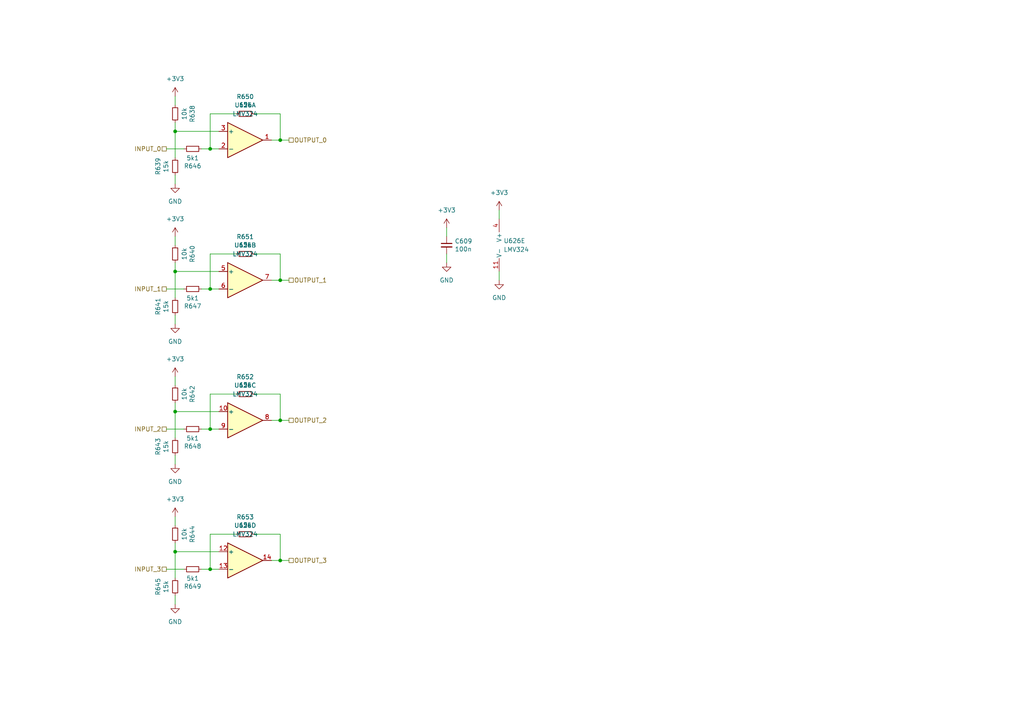
<source format=kicad_sch>
(kicad_sch (version 20250114) (generator "eeschema") (generator_version "9.0")
  (paper "A4")
  (lib_symbols
    (symbol "Amplifier_Operational:LMV324" (pin_names (offset 0.127))
      (property "Reference" "U" (at 0 5.08 0))
      (property "Value" "LMV324" (at 0 -5.08 0))
      (symbol "LMV324_1_1"
        (polyline (pts (xy -5.08 5.08) (xy 5.08 0) (xy -5.08 -5.08) (xy -5.08 5.08)) (stroke (width 0.254)) (fill (type background)))
        (pin input line (at -7.62 2.54 0) (length 2.54) (name "+") (number "3"))
        (pin input line (at -7.62 -2.54 0) (length 2.54) (name "-") (number "2"))
        (pin output line (at 7.62 0 180) (length 2.54) (name "~") (number "1"))
      )
      (symbol "LMV324_2_1"
        (polyline (pts (xy -5.08 5.08) (xy 5.08 0) (xy -5.08 -5.08) (xy -5.08 5.08)) (stroke (width 0.254)) (fill (type background)))
        (pin input line (at -7.62 2.54 0) (length 2.54) (name "+") (number "5"))
        (pin input line (at -7.62 -2.54 0) (length 2.54) (name "-") (number "6"))
        (pin output line (at 7.62 0 180) (length 2.54) (name "~") (number "7"))
      )
      (symbol "LMV324_3_1"
        (polyline (pts (xy -5.08 5.08) (xy 5.08 0) (xy -5.08 -5.08) (xy -5.08 5.08)) (stroke (width 0.254)) (fill (type background)))
        (pin input line (at -7.62 2.54 0) (length 2.54) (name "+") (number "10"))
        (pin input line (at -7.62 -2.54 0) (length 2.54) (name "-") (number "9"))
        (pin output line (at 7.62 0 180) (length 2.54) (name "~") (number "8"))
      )
      (symbol "LMV324_4_1"
        (polyline (pts (xy -5.08 5.08) (xy 5.08 0) (xy -5.08 -5.08) (xy -5.08 5.08)) (stroke (width 0.254)) (fill (type background)))
        (pin input line (at -7.62 2.54 0) (length 2.54) (name "+") (number "12"))
        (pin input line (at -7.62 -2.54 0) (length 2.54) (name "-") (number "13"))
        (pin output line (at 7.62 0 180) (length 2.54) (name "~") (number "14"))
      )
      (symbol "LMV324_5_1"
        (pin power_in line (at -2.54 7.62 270) (length 3.81) (name "V+") (number "4"))
        (pin power_in line (at -2.54 -7.62 90) (length 3.81) (name "V-") (number "11"))
      )
    )
    (symbol "power:+3V3" (power) (pin_names (offset 0))
      (property "Value" "+3V3" (at 0 3.556 0))
      (symbol "+3V3_0_1"
        (polyline (pts (xy -0.762 1.27) (xy 0 2.54)))
        (polyline (pts (xy 0 2.54) (xy 0.762 1.27)))
        (polyline (pts (xy 0 0) (xy 0 2.54)))
      )
      (symbol "+3V3_1_1"
        (pin power_in line (at 0 0 90) (length 0) (hide yes) (name "+3V3") (number "1"))
      )
    )
    (symbol "power:GND" (power) (pin_names (offset 0))
      (property "Value" "GND" (at 0 -3.81 0))
      (symbol "GND_0_1"
        (polyline (pts (xy 0 0) (xy 0 -1.27) (xy 1.27 -1.27) (xy 0 -2.54) (xy -1.27 -1.27) (xy 0 -1.27)))
      )
      (symbol "GND_1_1"
        (pin power_in line (at 0 0 270) (length 0) (hide yes) (name "GND") (number "1"))
      )
    )
    (symbol "suku_basics:CAP" (pin_numbers (hide yes)) (pin_names (offset 0.254) (hide yes))
      (property "Reference" "C" (at 0.254 1.778 0))
      (symbol "CAP_0_1"
        (polyline (pts (xy -1.524 0.508) (xy 1.524 0.508)) (stroke (width 0.3048)))
        (polyline (pts (xy -1.524 -0.508) (xy 1.524 -0.508)) (stroke (width 0.3302)))
      )
      (symbol "CAP_1_1"
        (pin passive line (at 0 2.54 270) (length 2.032) (name "~") (number "1"))
        (pin passive line (at 0 -2.54 90) (length 2.032) (name "~") (number "2"))
      )
    )
    (symbol "suku_basics:RES" (pin_numbers (hide yes)) (pin_names (offset 0.254) (hide yes))
      (property "Reference" "R" (at 0.762 0.508 0))
      (symbol "RES_1_1"
        (rectangle (start -0.762 1.778) (end 0.762 -1.778) (stroke (width 0.2032)))
        (pin passive line (at 0 2.54 270) (length 0.762) (name "~") (number "1"))
        (pin passive line (at 0 -2.54 90) (length 0.762) (name "~") (number "2"))
      )
    )
  )
  (junction (at 50.8 160.02))
  (junction (at 60.96 165.1))
  (junction (at 60.96 83.82))
  (junction (at 81.28 40.64))
  (junction (at 81.28 81.28))
  (junction (at 81.28 121.92))
  (junction (at 60.96 124.46))
  (junction (at 81.28 162.56))
  (junction (at 60.96 43.18))
  (junction (at 50.8 119.38))
  (junction (at 50.8 38.1))
  (junction (at 50.8 78.74))
  (wire (pts (xy 58.42 124.46) (xy 60.96 124.46)))
  (wire (pts (xy 81.28 73.66) (xy 81.28 81.28)))
  (wire (pts (xy 73.66 114.3) (xy 81.28 114.3)))
  (wire (pts (xy 50.8 91.44) (xy 50.8 93.98)))
  (wire (pts (xy 81.28 162.56) (xy 83.82 162.56)))
  (wire (pts (xy 81.28 154.94) (xy 81.28 162.56)))
  (wire (pts (xy 58.42 83.82) (xy 60.96 83.82)))
  (wire (pts (xy 81.28 40.64) (xy 83.82 40.64)))
  (wire (pts (xy 68.58 33.02) (xy 60.96 33.02)))
  (wire (pts (xy 73.66 73.66) (xy 81.28 73.66)))
  (wire (pts (xy 50.8 119.38) (xy 63.5 119.38)))
  (wire (pts (xy 81.28 114.3) (xy 81.28 121.92)))
  (wire (pts (xy 60.96 43.18) (xy 63.5 43.18)))
  (wire (pts (xy 81.28 81.28) (xy 83.82 81.28)))
  (wire (pts (xy 81.28 121.92) (xy 83.82 121.92)))
  (wire (pts (xy 68.58 73.66) (xy 60.96 73.66)))
  (wire (pts (xy 50.8 78.74) (xy 50.8 86.36)))
  (wire (pts (xy 50.8 71.12) (xy 50.8 68.58)))
  (wire (pts (xy 81.28 121.92) (xy 78.74 121.92)))
  (wire (pts (xy 48.26 165.1) (xy 53.34 165.1)))
  (wire (pts (xy 50.8 78.74) (xy 63.5 78.74)))
  (wire (pts (xy 60.96 33.02) (xy 60.96 43.18)))
  (wire (pts (xy 60.96 165.1) (xy 63.5 165.1)))
  (wire (pts (xy 48.26 83.82) (xy 53.34 83.82)))
  (wire (pts (xy 58.42 165.1) (xy 60.96 165.1)))
  (wire (pts (xy 81.28 81.28) (xy 78.74 81.28)))
  (wire (pts (xy 81.28 162.56) (xy 78.74 162.56)))
  (wire (pts (xy 144.78 60.96) (xy 144.78 63.5)))
  (wire (pts (xy 58.42 43.18) (xy 60.96 43.18)))
  (wire (pts (xy 81.28 33.02) (xy 81.28 40.64)))
  (wire (pts (xy 60.96 114.3) (xy 60.96 124.46)))
  (wire (pts (xy 60.96 154.94) (xy 60.96 165.1)))
  (wire (pts (xy 50.8 111.76) (xy 50.8 109.22)))
  (wire (pts (xy 68.58 114.3) (xy 60.96 114.3)))
  (wire (pts (xy 50.8 38.1) (xy 63.5 38.1)))
  (wire (pts (xy 50.8 78.74) (xy 50.8 76.2)))
  (wire (pts (xy 50.8 119.38) (xy 50.8 127)))
  (wire (pts (xy 60.96 73.66) (xy 60.96 83.82)))
  (wire (pts (xy 68.58 154.94) (xy 60.96 154.94)))
  (wire (pts (xy 50.8 38.1) (xy 50.8 45.72)))
  (wire (pts (xy 50.8 30.48) (xy 50.8 27.94)))
  (wire (pts (xy 50.8 119.38) (xy 50.8 116.84)))
  (wire (pts (xy 73.66 154.94) (xy 81.28 154.94)))
  (wire (pts (xy 50.8 132.08) (xy 50.8 134.62)))
  (wire (pts (xy 48.26 124.46) (xy 53.34 124.46)))
  (wire (pts (xy 50.8 160.02) (xy 50.8 157.48)))
  (wire (pts (xy 48.26 43.18) (xy 53.34 43.18)))
  (wire (pts (xy 50.8 38.1) (xy 50.8 35.56)))
  (wire (pts (xy 60.96 83.82) (xy 63.5 83.82)))
  (wire (pts (xy 144.78 78.74) (xy 144.78 81.28)))
  (wire (pts (xy 50.8 160.02) (xy 63.5 160.02)))
  (wire (pts (xy 60.96 124.46) (xy 63.5 124.46)))
  (wire (pts (xy 129.54 66.04) (xy 129.54 68.58)))
  (wire (pts (xy 50.8 152.4) (xy 50.8 149.86)))
  (wire (pts (xy 81.28 40.64) (xy 78.74 40.64)))
  (wire (pts (xy 129.54 73.66) (xy 129.54 76.2)))
  (wire (pts (xy 50.8 172.72) (xy 50.8 175.26)))
  (wire (pts (xy 50.8 50.8) (xy 50.8 53.34)))
  (wire (pts (xy 73.66 33.02) (xy 81.28 33.02)))
  (wire (pts (xy 50.8 160.02) (xy 50.8 167.64)))
  (hierarchical_label "OUTPUT_3" (shape passive) (at 83.82 162.56 0))
  (hierarchical_label "OUTPUT_0" (shape passive) (at 83.82 40.64 0))
  (hierarchical_label "OUTPUT_2" (shape passive) (at 83.82 121.92 0))
  (hierarchical_label "OUTPUT_1" (shape passive) (at 83.82 81.28 0))
  (hierarchical_label "INPUT_0" (shape passive) (at 48.26 43.18 180))
  (hierarchical_label "INPUT_2" (shape passive) (at 48.26 124.46 180))
  (hierarchical_label "INPUT_3" (shape passive) (at 48.26 165.1 180))
  (hierarchical_label "INPUT_1" (shape passive) (at 48.26 83.82 180))
  (symbol (lib_id "suku_basics:RES") (at 71.12 154.94 270) (unit 1)
    (property "Reference" "R722" (at 71.12 149.9616 90))
    (property "Value" "15k" (at 71.12 152.273 90))
    (property "Footprint" "suku_basics:RES_0402" (effects (hide yes)))
    (instances (project "PCBA-OCTV" (path "" (reference "R653") (unit 1)) (path "" (reference "R621") (unit 1)) (path "" (reference "R722") (unit 1)) (path "" (reference "R661") (unit 1))))
  )
  (symbol (lib_id "suku_basics:RES") (at 71.12 73.66 270) (unit 1)
    (property "Reference" "R720" (at 71.12 68.6816 90))
    (property "Value" "15k" (at 71.12 70.993 90))
    (property "Footprint" "suku_basics:RES_0402" (effects (hide yes)))
    (instances (project "PCBA-OCTV" (path "" (reference "R651") (unit 1)) (path "" (reference "R619") (unit 1)) (path "" (reference "R720") (unit 1)) (path "" (reference "R659") (unit 1))))
  )
  (symbol (lib_id "power:+3V3") (at 144.78 60.96 0) (unit 1)
    (property "Reference" "#PWR0848" (effects (hide yes)))
    (property "Value" "+3V3" (at 144.78 55.88 0))
    (instances (project "PCBA-OCTV" (path "" (reference "#PWR0734") (unit 1)) (path "" (reference "#PWR0726") (unit 1)) (path "" (reference "#PWR0848") (unit 1)) (path "" (reference "#PWR0745") (unit 1))))
  )
  (symbol (lib_id "Amplifier_Operational:LMV324") (at 147.32 71.12 0) (unit 5)
    (property "Reference" "U623" (at 146.05 69.8499 0) (effects (justify left)))
    (property "Value" "LMV324" (at 146.05 72.3899 0) (effects (justify left)))
    (property "Footprint" "Package_SO:SOIC-14_3.9x8.7mm_P1.27mm" (effects (hide yes)))
    (property "Datasheet" "http://www.ti.com/lit/ds/symlink/lmv324.pdf" (effects (hide yes)))
    (property "Description" "Quad Low-Voltage Rail-to-Rail Output Operational Amplifier, SOIC-14/SSOP-14" (effects (hide yes)))
    (instances (project "" (path "" (reference "U626") (unit 5)) (path "" (reference "U624") (unit 5)) (path "" (reference "U623") (unit 5)) (path "" (reference "U625") (unit 5))))
  )
  (symbol (lib_id "power:+3V3") (at 50.8 149.86 0) (unit 1)
    (property "Reference" "#PWR0763" (effects (hide yes)))
    (property "Value" "+3V3" (at 50.8 144.78 0))
    (instances (project "PCBA-OCTV" (path "" (reference "#PWR0722") (unit 1)) (path "" (reference "#PWR0708") (unit 1)) (path "" (reference "#PWR0763") (unit 1)) (path "" (reference "#PWR0741") (unit 1))))
  )
  (symbol (lib_id "suku_basics:RES") (at 50.8 33.02 180) (unit 1)
    (property "Reference" "R622" (at 55.7784 33.02 90))
    (property "Value" "10k" (at 53.467 33.02 90))
    (property "Footprint" "suku_basics:RES_0402" (effects (hide yes)))
    (instances (project "PCBA-OCTV" (path "" (reference "R638") (unit 1)) (path "" (reference "R606") (unit 1)) (path "" (reference "R622") (unit 1)) (path "" (reference "R626") (unit 1))))
  )
  (symbol (lib_id "suku_basics:RES") (at 55.88 43.18 90) (unit 1)
    (property "Reference" "R686" (at 55.88 48.1584 90))
    (property "Value" "5k1" (at 55.88 45.847 90))
    (property "Footprint" "suku_basics:RES_0402" (effects (hide yes)))
    (instances (project "PCBA-OCTV" (path "" (reference "R646") (unit 1)) (path "" (reference "R614") (unit 1)) (path "" (reference "R686") (unit 1)) (path "" (reference "R634") (unit 1))))
  )
  (symbol (lib_id "power:GND") (at 50.8 175.26 0) (mirror y) (unit 1)
    (property "Reference" "#PWR0764" (effects (hide yes)))
    (property "Value" "GND" (at 50.8 180.34 0))
    (property "Description" "Power symbol creates a global label with name \"GND\" , ground" (effects (hide yes)))
    (instances (project "PCBA-OCTV" (path "" (reference "#PWR0731") (unit 1)) (path "" (reference "#PWR0723") (unit 1)) (path "" (reference "#PWR0764") (unit 1)) (path "" (reference "#PWR0742") (unit 1))))
  )
  (symbol (lib_id "suku_basics:RES") (at 55.88 165.1 90) (unit 1)
    (property "Reference" "R689" (at 55.88 170.0784 90))
    (property "Value" "5k1" (at 55.88 167.767 90))
    (property "Footprint" "suku_basics:RES_0402" (effects (hide yes)))
    (instances (project "PCBA-OCTV" (path "" (reference "R649") (unit 1)) (path "" (reference "R617") (unit 1)) (path "" (reference "R689") (unit 1)) (path "" (reference "R637") (unit 1))))
  )
  (symbol (lib_id "suku_basics:RES") (at 50.8 114.3 180) (unit 1)
    (property "Reference" "R654" (at 55.7784 114.3 90))
    (property "Value" "10k" (at 53.467 114.3 90))
    (property "Footprint" "suku_basics:RES_0402" (effects (hide yes)))
    (instances (project "PCBA-OCTV" (path "" (reference "R642") (unit 1)) (path "" (reference "R610") (unit 1)) (path "" (reference "R654") (unit 1)) (path "" (reference "R630") (unit 1))))
  )
  (symbol (lib_id "power:GND") (at 50.8 93.98 0) (mirror y) (unit 1)
    (property "Reference" "#PWR0735" (effects (hide yes)))
    (property "Value" "GND" (at 50.8 99.06 0))
    (property "Description" "Power symbol creates a global label with name \"GND\" , ground" (effects (hide yes)))
    (instances (project "PCBA-OCTV" (path "" (reference "#PWR0715") (unit 1)) (path "" (reference "#PWR0699") (unit 1)) (path "" (reference "#PWR0735") (unit 1)) (path "" (reference "#PWR0738") (unit 1))))
  )
  (symbol (lib_id "Amplifier_Operational:LMV324") (at 71.12 81.28 0) (unit 2)
    (property "Reference" "U623" (at 71.12 71.12 0))
    (property "Value" "LMV324" (at 71.12 73.66 0))
    (property "Footprint" "Package_SO:SOIC-14_3.9x8.7mm_P1.27mm" (effects (hide yes)))
    (property "Datasheet" "http://www.ti.com/lit/ds/symlink/lmv324.pdf" (effects (hide yes)))
    (property "Description" "Quad Low-Voltage Rail-to-Rail Output Operational Amplifier, SOIC-14/SSOP-14" (effects (hide yes)))
    (instances (project "" (path "" (reference "U626") (unit 2)) (path "" (reference "U624") (unit 2)) (path "" (reference "U623") (unit 2)) (path "" (reference "U625") (unit 2))))
  )
  (symbol (lib_id "suku_basics:RES") (at 50.8 48.26 0) (unit 1)
    (property "Reference" "R623" (at 45.8216 48.26 90))
    (property "Value" "15k" (at 48.133 48.26 90))
    (property "Footprint" "suku_basics:RES_0402" (effects (hide yes)))
    (instances (project "PCBA-OCTV" (path "" (reference "R639") (unit 1)) (path "" (reference "R607") (unit 1)) (path "" (reference "R623") (unit 1)) (path "" (reference "R627") (unit 1))))
  )
  (symbol (lib_id "Amplifier_Operational:LMV324") (at 71.12 121.92 0) (unit 3)
    (property "Reference" "U623" (at 71.12 111.76 0))
    (property "Value" "LMV324" (at 71.12 114.3 0))
    (property "Footprint" "Package_SO:SOIC-14_3.9x8.7mm_P1.27mm" (effects (hide yes)))
    (property "Datasheet" "http://www.ti.com/lit/ds/symlink/lmv324.pdf" (effects (hide yes)))
    (property "Description" "Quad Low-Voltage Rail-to-Rail Output Operational Amplifier, SOIC-14/SSOP-14" (effects (hide yes)))
    (instances (project "" (path "" (reference "U626") (unit 3)) (path "" (reference "U624") (unit 3)) (path "" (reference "U623") (unit 3)) (path "" (reference "U625") (unit 3))))
  )
  (symbol (lib_id "power:GND") (at 50.8 53.34 0) (mirror y) (unit 1)
    (property "Reference" "#PWR0718" (effects (hide yes)))
    (property "Value" "GND" (at 50.8 58.42 0))
    (property "Description" "Power symbol creates a global label with name \"GND\" , ground" (effects (hide yes)))
    (instances (project "PCBA-OCTV" (path "" (reference "#PWR0711") (unit 1)) (path "" (reference "#PWR0695") (unit 1)) (path "" (reference "#PWR0718") (unit 1)) (path "" (reference "#PWR0730") (unit 1))))
  )
  (symbol (lib_id "suku_basics:RES") (at 50.8 73.66 180) (unit 1)
    (property "Reference" "R624" (at 55.7784 73.66 90))
    (property "Value" "10k" (at 53.467 73.66 90))
    (property "Footprint" "suku_basics:RES_0402" (effects (hide yes)))
    (instances (project "PCBA-OCTV" (path "" (reference "R640") (unit 1)) (path "" (reference "R608") (unit 1)) (path "" (reference "R624") (unit 1)) (path "" (reference "R628") (unit 1))))
  )
  (symbol (lib_id "suku_basics:RES") (at 50.8 88.9 0) (unit 1)
    (property "Reference" "R625" (at 45.8216 88.9 90))
    (property "Value" "15k" (at 48.133 88.9 90))
    (property "Footprint" "suku_basics:RES_0402" (effects (hide yes)))
    (instances (project "PCBA-OCTV" (path "" (reference "R641") (unit 1)) (path "" (reference "R609") (unit 1)) (path "" (reference "R625") (unit 1)) (path "" (reference "R629") (unit 1))))
  )
  (symbol (lib_id "suku_basics:RES") (at 50.8 154.94 180) (unit 1)
    (property "Reference" "R656" (at 55.7784 154.94 90))
    (property "Value" "10k" (at 53.467 154.94 90))
    (property "Footprint" "suku_basics:RES_0402" (effects (hide yes)))
    (instances (project "PCBA-OCTV" (path "" (reference "R644") (unit 1)) (path "" (reference "R612") (unit 1)) (path "" (reference "R656") (unit 1)) (path "" (reference "R632") (unit 1))))
  )
  (symbol (lib_id "suku_basics:RES") (at 50.8 129.54 0) (unit 1)
    (property "Reference" "R655" (at 45.8216 129.54 90))
    (property "Value" "15k" (at 48.133 129.54 90))
    (property "Footprint" "suku_basics:RES_0402" (effects (hide yes)))
    (instances (project "PCBA-OCTV" (path "" (reference "R643") (unit 1)) (path "" (reference "R611") (unit 1)) (path "" (reference "R655") (unit 1)) (path "" (reference "R631") (unit 1))))
  )
  (symbol (lib_id "suku_basics:RES") (at 50.8 170.18 0) (unit 1)
    (property "Reference" "R657" (at 45.8216 170.18 90))
    (property "Value" "15k" (at 48.133 170.18 90))
    (property "Footprint" "suku_basics:RES_0402" (effects (hide yes)))
    (instances (project "PCBA-OCTV" (path "" (reference "R645") (unit 1)) (path "" (reference "R613") (unit 1)) (path "" (reference "R657") (unit 1)) (path "" (reference "R633") (unit 1))))
  )
  (symbol (lib_id "Amplifier_Operational:LMV324") (at 71.12 162.56 0) (unit 4)
    (property "Reference" "U623" (at 71.12 152.4 0))
    (property "Value" "LMV324" (at 71.12 154.94 0))
    (property "Footprint" "Package_SO:SOIC-14_3.9x8.7mm_P1.27mm" (effects (hide yes)))
    (property "Datasheet" "http://www.ti.com/lit/ds/symlink/lmv324.pdf" (effects (hide yes)))
    (property "Description" "Quad Low-Voltage Rail-to-Rail Output Operational Amplifier, SOIC-14/SSOP-14" (effects (hide yes)))
    (instances (project "" (path "" (reference "U626") (unit 4)) (path "" (reference "U624") (unit 4)) (path "" (reference "U623") (unit 4)) (path "" (reference "U625") (unit 4))))
  )
  (symbol (lib_id "suku_basics:CAP") (at 129.54 71.12 0) (unit 1)
    (property "Reference" "C608" (at 131.8768 69.9516 0) (effects (justify left)))
    (property "Value" "100n" (at 131.8768 72.263 0) (effects (justify left)))
    (property "Footprint" "suku_basics:CAP_0402" (effects (hide yes)))
    (instances (project "PCBA-OCTV" (path "" (reference "C609") (unit 1)) (path "" (reference "C610") (unit 1)) (path "" (reference "C608") (unit 1)) (path "" (reference "C611") (unit 1))))
  )
  (symbol (lib_id "power:+3V3") (at 50.8 27.94 0) (unit 1)
    (property "Reference" "#PWR0701" (effects (hide yes)))
    (property "Value" "+3V3" (at 50.8 22.86 0))
    (instances (project "PCBA-OCTV" (path "" (reference "#PWR0709") (unit 1)) (path "" (reference "#PWR0694") (unit 1)) (path "" (reference "#PWR0701") (unit 1)) (path "" (reference "#PWR0729") (unit 1))))
  )
  (symbol (lib_id "power:GND") (at 144.78 81.28 0) (mirror y) (unit 1)
    (property "Reference" "#PWR0849" (effects (hide yes)))
    (property "Value" "GND" (at 144.78 86.36 0))
    (property "Description" "Power symbol creates a global label with name \"GND\" , ground" (effects (hide yes)))
    (instances (project "PCBA-OCTV" (path "" (reference "#PWR0736") (unit 1)) (path "" (reference "#PWR0728") (unit 1)) (path "" (reference "#PWR0849") (unit 1)) (path "" (reference "#PWR0746") (unit 1))))
  )
  (symbol (lib_id "suku_basics:RES") (at 71.12 114.3 270) (unit 1)
    (property "Reference" "R721" (at 71.12 109.3216 90))
    (property "Value" "15k" (at 71.12 111.633 90))
    (property "Footprint" "suku_basics:RES_0402" (effects (hide yes)))
    (instances (project "PCBA-OCTV" (path "" (reference "R652") (unit 1)) (path "" (reference "R620") (unit 1)) (path "" (reference "R721") (unit 1)) (path "" (reference "R660") (unit 1))))
  )
  (symbol (lib_id "suku_basics:RES") (at 55.88 124.46 90) (unit 1)
    (property "Reference" "R688" (at 55.88 129.4384 90))
    (property "Value" "5k1" (at 55.88 127.127 90))
    (property "Footprint" "suku_basics:RES_0402" (effects (hide yes)))
    (instances (project "PCBA-OCTV" (path "" (reference "R648") (unit 1)) (path "" (reference "R616") (unit 1)) (path "" (reference "R688") (unit 1)) (path "" (reference "R636") (unit 1))))
  )
  (symbol (lib_id "suku_basics:RES") (at 55.88 83.82 90) (unit 1)
    (property "Reference" "R687" (at 55.88 88.7984 90))
    (property "Value" "5k1" (at 55.88 86.487 90))
    (property "Footprint" "suku_basics:RES_0402" (effects (hide yes)))
    (instances (project "PCBA-OCTV" (path "" (reference "R647") (unit 1)) (path "" (reference "R615") (unit 1)) (path "" (reference "R687") (unit 1)) (path "" (reference "R635") (unit 1))))
  )
  (symbol (lib_id "power:+3V3") (at 50.8 109.22 0) (unit 1)
    (property "Reference" "#PWR0747" (effects (hide yes)))
    (property "Value" "+3V3" (at 50.8 104.14 0))
    (instances (project "PCBA-OCTV" (path "" (reference "#PWR0719") (unit 1)) (path "" (reference "#PWR0704") (unit 1)) (path "" (reference "#PWR0747") (unit 1)) (path "" (reference "#PWR0739") (unit 1))))
  )
  (symbol (lib_id "Amplifier_Operational:LMV324") (at 71.12 40.64 0) (unit 1)
    (property "Reference" "U623" (at 71.12 30.48 0))
    (property "Value" "LMV324" (at 71.12 33.02 0))
    (property "Datasheet" "http://www.ti.com/lit/ds/symlink/lmv324.pdf" (effects (hide yes)))
    (property "Description" "Quad Low-Voltage Rail-to-Rail Output Operational Amplifier, SOIC-14/SSOP-14" (effects (hide yes)))
    (instances (project "" (path "" (reference "U626") (unit 1)) (path "" (reference "U624") (unit 1)) (path "" (reference "U623") (unit 1)) (path "" (reference "U625") (unit 1))))
  )
  (symbol (lib_id "suku_basics:RES") (at 71.12 33.02 270) (unit 1)
    (property "Reference" "R719" (at 71.12 28.0416 90))
    (property "Value" "15k" (at 71.12 30.353 90))
    (property "Footprint" "suku_basics:RES_0402" (effects (hide yes)))
    (instances (project "PCBA-OCTV" (path "" (reference "R650") (unit 1)) (path "" (reference "R618") (unit 1)) (path "" (reference "R719") (unit 1)) (path "" (reference "R658") (unit 1))))
  )
  (symbol (lib_id "power:GND") (at 50.8 134.62 0) (mirror y) (unit 1)
    (property "Reference" "#PWR0748" (effects (hide yes)))
    (property "Value" "GND" (at 50.8 139.7 0))
    (property "Description" "Power symbol creates a global label with name \"GND\" , ground" (effects (hide yes)))
    (instances (project "PCBA-OCTV" (path "" (reference "#PWR0721") (unit 1)) (path "" (reference "#PWR0705") (unit 1)) (path "" (reference "#PWR0748") (unit 1)) (path "" (reference "#PWR0740") (unit 1))))
  )
  (symbol (lib_id "power:GND") (at 129.54 76.2 0) (mirror y) (unit 1)
    (property "Reference" "#PWR0780" (effects (hide yes)))
    (property "Value" "GND" (at 129.54 81.28 0))
    (property "Description" "Power symbol creates a global label with name \"GND\" , ground" (effects (hide yes)))
    (instances (project "PCBA-OCTV" (path "" (reference "#PWR0733") (unit 1)) (path "" (reference "#PWR0725") (unit 1)) (path "" (reference "#PWR0780") (unit 1)) (path "" (reference "#PWR0744") (unit 1))))
  )
  (symbol (lib_id "power:+3V3") (at 50.8 68.58 0) (unit 1)
    (property "Reference" "#PWR0727" (effects (hide yes)))
    (property "Value" "+3V3" (at 50.8 63.5 0))
    (instances (project "PCBA-OCTV" (path "" (reference "#PWR0714") (unit 1)) (path "" (reference "#PWR0698") (unit 1)) (path "" (reference "#PWR0727") (unit 1)) (path "" (reference "#PWR0737") (unit 1))))
  )
  (symbol (lib_id "power:+3V3") (at 129.54 66.04 0) (unit 1)
    (property "Reference" "#PWR0779" (effects (hide yes)))
    (property "Value" "+3V3" (at 129.54 60.96 0))
    (instances (project "PCBA-OCTV" (path "" (reference "#PWR0732") (unit 1)) (path "" (reference "#PWR0724") (unit 1)) (path "" (reference "#PWR0779") (unit 1)) (path "" (reference "#PWR0743") (unit 1))))
  )
)
</source>
